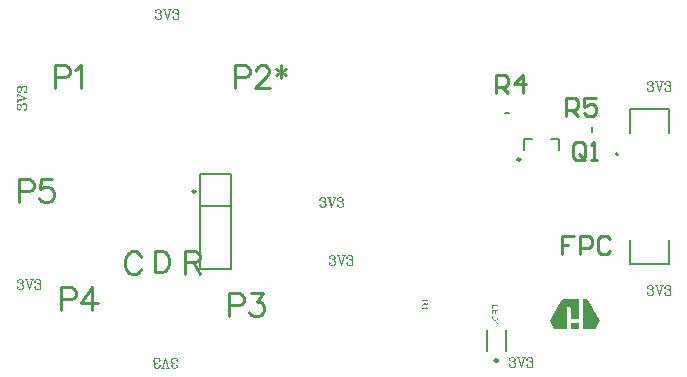
<source format=gto>
G04*
G04 #@! TF.GenerationSoftware,Altium Limited,Altium Designer,25.8.1 (18)*
G04*
G04 Layer_Color=65535*
%FSLAX44Y44*%
%MOMM*%
G71*
G04*
G04 #@! TF.SameCoordinates,BCE08161-644A-4D5C-BD65-52524292B4E2*
G04*
G04*
G04 #@! TF.FilePolarity,Positive*
G04*
G01*
G75*
%ADD10C,0.2000*%
%ADD11C,0.2500*%
%ADD12C,0.1500*%
%ADD13C,0.2540*%
%ADD14C,0.0762*%
G36*
X198873Y-93904D02*
Y-94056D01*
Y-94208D01*
Y-94361D01*
Y-94513D01*
Y-94666D01*
Y-94818D01*
Y-94970D01*
Y-95123D01*
Y-95275D01*
Y-95428D01*
Y-95580D01*
Y-95732D01*
Y-95885D01*
Y-96037D01*
Y-96190D01*
Y-96342D01*
Y-96494D01*
Y-96647D01*
Y-96799D01*
Y-96952D01*
Y-97104D01*
Y-97256D01*
Y-97409D01*
Y-97561D01*
Y-97714D01*
Y-97866D01*
Y-98018D01*
Y-98171D01*
Y-98323D01*
Y-98476D01*
Y-98628D01*
Y-98780D01*
Y-98933D01*
Y-99085D01*
Y-99238D01*
Y-99390D01*
Y-99542D01*
Y-99695D01*
Y-99847D01*
Y-100000D01*
Y-100152D01*
Y-100304D01*
Y-100457D01*
Y-100609D01*
Y-100762D01*
Y-100914D01*
Y-101066D01*
Y-101219D01*
Y-101371D01*
Y-101524D01*
Y-101676D01*
Y-101828D01*
Y-101981D01*
Y-102133D01*
Y-102286D01*
Y-102438D01*
Y-102590D01*
Y-102743D01*
Y-102895D01*
Y-103048D01*
Y-103200D01*
Y-103352D01*
Y-103505D01*
Y-103657D01*
Y-103810D01*
Y-103962D01*
Y-104114D01*
Y-104267D01*
Y-104419D01*
Y-104572D01*
Y-104724D01*
Y-104876D01*
Y-105029D01*
Y-105181D01*
Y-105334D01*
Y-105486D01*
Y-105638D01*
Y-105791D01*
Y-105943D01*
Y-106096D01*
Y-106248D01*
Y-106400D01*
Y-106553D01*
Y-106705D01*
Y-106858D01*
Y-107010D01*
Y-107162D01*
Y-107315D01*
Y-107467D01*
Y-107620D01*
Y-107772D01*
Y-107924D01*
Y-108077D01*
Y-108229D01*
Y-108382D01*
Y-108534D01*
Y-108686D01*
Y-108839D01*
Y-108991D01*
Y-109144D01*
Y-109296D01*
Y-109448D01*
Y-109601D01*
Y-109753D01*
Y-109906D01*
Y-110058D01*
Y-110210D01*
Y-110363D01*
X191863D01*
Y-110210D01*
X191710D01*
Y-110058D01*
Y-109906D01*
Y-109753D01*
Y-109601D01*
Y-109448D01*
Y-109296D01*
Y-109144D01*
Y-108991D01*
Y-108839D01*
Y-108686D01*
Y-108534D01*
Y-108382D01*
Y-108229D01*
Y-108077D01*
Y-107924D01*
Y-107772D01*
Y-107620D01*
Y-107467D01*
Y-107315D01*
Y-107162D01*
Y-107010D01*
Y-106858D01*
Y-106705D01*
Y-106553D01*
Y-106400D01*
Y-106248D01*
Y-106096D01*
Y-105943D01*
Y-105791D01*
Y-105638D01*
Y-105486D01*
Y-105334D01*
Y-105181D01*
Y-105029D01*
Y-104876D01*
Y-104724D01*
Y-104572D01*
Y-104419D01*
Y-104267D01*
Y-104114D01*
Y-103962D01*
Y-103810D01*
Y-103657D01*
Y-103505D01*
Y-103352D01*
Y-103200D01*
Y-103048D01*
Y-102895D01*
Y-102743D01*
Y-102590D01*
Y-102438D01*
Y-102286D01*
Y-102133D01*
Y-101981D01*
Y-101828D01*
Y-101676D01*
Y-101524D01*
X191558D01*
Y-101371D01*
Y-101219D01*
X191405D01*
Y-101066D01*
X191253D01*
Y-100914D01*
X191101D01*
Y-100762D01*
X190796D01*
Y-100609D01*
X190186D01*
Y-100457D01*
X190034D01*
Y-100609D01*
X189424D01*
Y-100762D01*
X189119D01*
Y-100914D01*
X188967D01*
Y-101066D01*
X188815D01*
Y-101219D01*
X188662D01*
Y-101371D01*
Y-101524D01*
X188510D01*
Y-101676D01*
Y-101828D01*
Y-101981D01*
Y-102133D01*
Y-102286D01*
Y-102438D01*
Y-102590D01*
Y-102743D01*
Y-102895D01*
Y-103048D01*
Y-103200D01*
Y-103352D01*
Y-103505D01*
Y-103657D01*
Y-103810D01*
Y-103962D01*
Y-104114D01*
Y-104267D01*
Y-104419D01*
Y-104572D01*
Y-104724D01*
Y-104876D01*
Y-105029D01*
Y-105181D01*
Y-105334D01*
X188357D01*
Y-105486D01*
Y-105638D01*
Y-105791D01*
Y-105943D01*
Y-106096D01*
Y-106248D01*
Y-106400D01*
Y-106553D01*
Y-106705D01*
Y-106858D01*
Y-107010D01*
Y-107162D01*
Y-107315D01*
Y-107467D01*
Y-107620D01*
Y-107772D01*
Y-107924D01*
Y-108077D01*
Y-108229D01*
Y-108382D01*
Y-108534D01*
Y-108686D01*
Y-108839D01*
Y-108991D01*
Y-109144D01*
Y-109296D01*
Y-109448D01*
Y-109601D01*
Y-109753D01*
Y-109906D01*
Y-110058D01*
Y-110210D01*
Y-110363D01*
Y-110515D01*
Y-110668D01*
Y-110820D01*
Y-110972D01*
Y-111125D01*
Y-111277D01*
Y-111430D01*
Y-111582D01*
Y-111734D01*
Y-111887D01*
Y-112039D01*
Y-112192D01*
Y-112344D01*
Y-112496D01*
Y-112649D01*
Y-112801D01*
Y-112954D01*
Y-113106D01*
Y-113258D01*
Y-113411D01*
Y-113563D01*
Y-113716D01*
Y-113868D01*
Y-114020D01*
Y-114173D01*
Y-114325D01*
Y-114478D01*
Y-114630D01*
Y-114782D01*
X188510D01*
Y-114935D01*
Y-115087D01*
Y-115240D01*
Y-115392D01*
Y-115544D01*
Y-115697D01*
Y-115849D01*
Y-116002D01*
Y-116154D01*
Y-116306D01*
Y-116459D01*
Y-116611D01*
Y-116764D01*
Y-116916D01*
Y-117068D01*
Y-117221D01*
Y-117373D01*
Y-117526D01*
Y-117678D01*
Y-117830D01*
Y-117983D01*
Y-118135D01*
Y-118288D01*
Y-118440D01*
Y-118592D01*
Y-118745D01*
Y-118897D01*
X177842D01*
Y-118745D01*
Y-118592D01*
X177689D01*
Y-118440D01*
Y-118288D01*
X177537D01*
Y-118135D01*
Y-117983D01*
X177384D01*
Y-117830D01*
X177232D01*
Y-117678D01*
Y-117526D01*
X177080D01*
Y-117373D01*
Y-117221D01*
X176927D01*
Y-117068D01*
X176775D01*
Y-116916D01*
Y-116764D01*
X176623D01*
Y-116611D01*
Y-116459D01*
X176470D01*
Y-116306D01*
Y-116154D01*
X176318D01*
Y-116002D01*
X176165D01*
Y-115849D01*
Y-115697D01*
X176013D01*
Y-115544D01*
Y-115392D01*
X175861D01*
Y-115240D01*
Y-115087D01*
X175708D01*
Y-114935D01*
X175556D01*
Y-114782D01*
Y-114630D01*
X175403D01*
Y-114478D01*
Y-114325D01*
X175251D01*
Y-114173D01*
Y-114020D01*
X175098D01*
Y-113868D01*
X174946D01*
Y-113716D01*
Y-113563D01*
X174794D01*
Y-113411D01*
Y-113258D01*
X174641D01*
Y-113106D01*
Y-112954D01*
X174489D01*
Y-112801D01*
Y-112649D01*
Y-112496D01*
Y-112344D01*
Y-112192D01*
Y-112039D01*
Y-111887D01*
Y-111734D01*
Y-111582D01*
Y-111430D01*
X174641D01*
Y-111277D01*
Y-111125D01*
Y-110972D01*
X174794D01*
Y-110820D01*
Y-110668D01*
X174946D01*
Y-110515D01*
X175098D01*
Y-110363D01*
Y-110210D01*
X175251D01*
Y-110058D01*
Y-109906D01*
X175403D01*
Y-109753D01*
Y-109601D01*
X175556D01*
Y-109448D01*
X175708D01*
Y-109296D01*
Y-109144D01*
X175861D01*
Y-108991D01*
Y-108839D01*
X176013D01*
Y-108686D01*
X176165D01*
Y-108534D01*
Y-108382D01*
X176318D01*
Y-108229D01*
Y-108077D01*
X176470D01*
Y-107924D01*
Y-107772D01*
X176623D01*
Y-107620D01*
X176775D01*
Y-107467D01*
Y-107315D01*
X176927D01*
Y-107162D01*
Y-107010D01*
X177080D01*
Y-106858D01*
Y-106705D01*
X177232D01*
Y-106553D01*
X177384D01*
Y-106400D01*
Y-106248D01*
X177537D01*
Y-106096D01*
X177689D01*
Y-105943D01*
Y-105791D01*
X177842D01*
Y-105638D01*
Y-105486D01*
X177994D01*
Y-105334D01*
Y-105181D01*
X178146D01*
Y-105029D01*
X178299D01*
Y-104876D01*
Y-104724D01*
X178451D01*
Y-104572D01*
Y-104419D01*
X178604D01*
Y-104267D01*
Y-104114D01*
X178756D01*
Y-103962D01*
X178909D01*
Y-103810D01*
Y-103657D01*
X179061D01*
Y-103505D01*
Y-103352D01*
X179213D01*
Y-103200D01*
Y-103048D01*
X179366D01*
Y-102895D01*
X179518D01*
Y-102743D01*
Y-102590D01*
X179671D01*
Y-102438D01*
Y-102286D01*
X179823D01*
Y-102133D01*
X179975D01*
Y-101981D01*
Y-101828D01*
X180128D01*
Y-101676D01*
Y-101524D01*
X180280D01*
Y-101371D01*
Y-101219D01*
X180432D01*
Y-101066D01*
X180585D01*
Y-100914D01*
Y-100762D01*
X180737D01*
Y-100609D01*
Y-100457D01*
X180890D01*
Y-100304D01*
Y-100152D01*
X181042D01*
Y-100000D01*
X181194D01*
Y-99847D01*
Y-99695D01*
X181347D01*
Y-99542D01*
Y-99390D01*
X181499D01*
Y-99238D01*
Y-99085D01*
X181652D01*
Y-98933D01*
X181804D01*
Y-98780D01*
Y-98628D01*
X181957D01*
Y-98476D01*
Y-98323D01*
X182109D01*
Y-98171D01*
X182261D01*
Y-98018D01*
Y-97866D01*
X182414D01*
Y-97714D01*
Y-97561D01*
X182566D01*
Y-97409D01*
Y-97256D01*
X182719D01*
Y-97104D01*
X182871D01*
Y-96952D01*
Y-96799D01*
X183023D01*
Y-96647D01*
Y-96494D01*
X183176D01*
Y-96342D01*
Y-96190D01*
X183328D01*
Y-96037D01*
X183480D01*
Y-95885D01*
Y-95732D01*
X183633D01*
Y-95580D01*
Y-95428D01*
X183785D01*
Y-95275D01*
Y-95123D01*
X183938D01*
Y-94970D01*
X184090D01*
Y-94818D01*
Y-94666D01*
X184242D01*
Y-94513D01*
X184395D01*
Y-94361D01*
X184547D01*
Y-94208D01*
X184852D01*
Y-94056D01*
X185157D01*
Y-93904D01*
X185462D01*
Y-93751D01*
X198873D01*
Y-93904D01*
D02*
G37*
G36*
X205121D02*
X205578D01*
Y-94056D01*
X205883D01*
Y-94208D01*
X206036D01*
Y-94361D01*
X206188D01*
Y-94513D01*
X206341D01*
Y-94666D01*
X206493D01*
Y-94818D01*
X206645D01*
Y-94970D01*
X206798D01*
Y-95123D01*
Y-95275D01*
X206950D01*
Y-95428D01*
Y-95580D01*
X207103D01*
Y-95732D01*
Y-95885D01*
X207255D01*
Y-96037D01*
X207407D01*
Y-96190D01*
Y-96342D01*
X207560D01*
Y-96494D01*
Y-96647D01*
X207712D01*
Y-96799D01*
X207864D01*
Y-96952D01*
Y-97104D01*
X208017D01*
Y-97256D01*
Y-97409D01*
X208169D01*
Y-97561D01*
Y-97714D01*
X208322D01*
Y-97866D01*
X208474D01*
Y-98018D01*
Y-98171D01*
X208626D01*
Y-98323D01*
Y-98476D01*
X208779D01*
Y-98628D01*
Y-98780D01*
X208931D01*
Y-98933D01*
X209084D01*
Y-99085D01*
Y-99238D01*
X209236D01*
Y-99390D01*
Y-99542D01*
X209389D01*
Y-99695D01*
Y-99847D01*
X209541D01*
Y-100000D01*
X209693D01*
Y-100152D01*
Y-100304D01*
X209846D01*
Y-100457D01*
Y-100609D01*
X209998D01*
Y-100762D01*
X210151D01*
Y-100914D01*
Y-101066D01*
X210303D01*
Y-101219D01*
Y-101371D01*
X210455D01*
Y-101524D01*
Y-101676D01*
X210608D01*
Y-101828D01*
X210760D01*
Y-101981D01*
Y-102133D01*
X210912D01*
Y-102286D01*
Y-102438D01*
X211065D01*
Y-102590D01*
Y-102743D01*
X211217D01*
Y-102895D01*
X211370D01*
Y-103048D01*
Y-103200D01*
X211522D01*
Y-103352D01*
Y-103505D01*
X211674D01*
Y-103657D01*
Y-103810D01*
X211827D01*
Y-103962D01*
X211979D01*
Y-104114D01*
Y-104267D01*
X212132D01*
Y-104419D01*
Y-104572D01*
X212284D01*
Y-104724D01*
X212437D01*
Y-104876D01*
Y-105029D01*
X212589D01*
Y-105181D01*
Y-105334D01*
X212741D01*
Y-105486D01*
Y-105638D01*
X212894D01*
Y-105791D01*
X213046D01*
Y-105943D01*
Y-106096D01*
X213199D01*
Y-106248D01*
Y-106400D01*
X213351D01*
Y-106553D01*
Y-106705D01*
X213503D01*
Y-106858D01*
X213656D01*
Y-107010D01*
Y-107162D01*
X213808D01*
Y-107315D01*
Y-107467D01*
X213960D01*
Y-107620D01*
Y-107772D01*
X214113D01*
Y-107924D01*
X214265D01*
Y-108077D01*
Y-108229D01*
X214418D01*
Y-108382D01*
Y-108534D01*
X214570D01*
Y-108686D01*
X214722D01*
Y-108839D01*
Y-108991D01*
X214875D01*
Y-109144D01*
Y-109296D01*
X215027D01*
Y-109448D01*
Y-109601D01*
X215180D01*
Y-109753D01*
X215332D01*
Y-109906D01*
Y-110058D01*
X215485D01*
Y-110210D01*
Y-110363D01*
X215637D01*
Y-110515D01*
Y-110668D01*
X215789D01*
Y-110820D01*
X215942D01*
Y-110972D01*
Y-111125D01*
X216094D01*
Y-111277D01*
Y-111430D01*
Y-111582D01*
Y-111734D01*
X216246D01*
Y-111887D01*
Y-112039D01*
Y-112192D01*
Y-112344D01*
Y-112496D01*
X216094D01*
Y-112649D01*
Y-112801D01*
Y-112954D01*
Y-113106D01*
X215942D01*
Y-113258D01*
Y-113411D01*
X215789D01*
Y-113563D01*
Y-113716D01*
X215637D01*
Y-113868D01*
Y-114020D01*
X215485D01*
Y-114173D01*
X215332D01*
Y-114325D01*
Y-114478D01*
X215180D01*
Y-114630D01*
Y-114782D01*
X215027D01*
Y-114935D01*
X214875D01*
Y-115087D01*
Y-115240D01*
X214722D01*
Y-115392D01*
Y-115544D01*
X214570D01*
Y-115697D01*
Y-115849D01*
X214418D01*
Y-116002D01*
X214265D01*
Y-116154D01*
Y-116306D01*
X214113D01*
Y-116459D01*
Y-116611D01*
X213960D01*
Y-116764D01*
Y-116916D01*
X213808D01*
Y-117068D01*
X213656D01*
Y-117221D01*
Y-117373D01*
X213503D01*
Y-117526D01*
Y-117678D01*
X213351D01*
Y-117830D01*
X213199D01*
Y-117983D01*
Y-118135D01*
X213046D01*
Y-118288D01*
Y-118440D01*
X212894D01*
Y-118592D01*
Y-118745D01*
X212741D01*
Y-118897D01*
X202226D01*
Y-118745D01*
Y-118592D01*
Y-118440D01*
Y-118288D01*
Y-118135D01*
Y-117983D01*
Y-117830D01*
Y-117678D01*
Y-117526D01*
Y-117373D01*
Y-117221D01*
Y-117068D01*
Y-116916D01*
Y-116764D01*
Y-116611D01*
Y-116459D01*
Y-116306D01*
Y-116154D01*
Y-116002D01*
Y-115849D01*
Y-115697D01*
Y-115544D01*
Y-115392D01*
Y-115240D01*
Y-115087D01*
Y-114935D01*
Y-114782D01*
Y-114630D01*
Y-114478D01*
Y-114325D01*
Y-114173D01*
Y-114020D01*
Y-113868D01*
Y-113716D01*
Y-113563D01*
Y-113411D01*
Y-113258D01*
Y-113106D01*
Y-112954D01*
Y-112801D01*
Y-112649D01*
Y-112496D01*
Y-112344D01*
Y-112192D01*
Y-112039D01*
Y-111887D01*
Y-111734D01*
Y-111582D01*
Y-111430D01*
Y-111277D01*
Y-111125D01*
Y-110972D01*
Y-110820D01*
Y-110668D01*
Y-110515D01*
Y-110363D01*
Y-110210D01*
Y-110058D01*
Y-109906D01*
Y-109753D01*
Y-109601D01*
Y-109448D01*
Y-109296D01*
Y-109144D01*
Y-108991D01*
Y-108839D01*
Y-108686D01*
Y-108534D01*
Y-108382D01*
Y-108229D01*
Y-108077D01*
Y-107924D01*
Y-107772D01*
Y-107620D01*
Y-107467D01*
Y-107315D01*
Y-107162D01*
Y-107010D01*
Y-106858D01*
Y-106705D01*
Y-106553D01*
Y-106400D01*
Y-106248D01*
Y-106096D01*
Y-105943D01*
Y-105791D01*
Y-105638D01*
Y-105486D01*
Y-105334D01*
Y-105181D01*
Y-105029D01*
Y-104876D01*
Y-104724D01*
Y-104572D01*
Y-104419D01*
Y-104267D01*
Y-104114D01*
Y-103962D01*
Y-103810D01*
Y-103657D01*
Y-103505D01*
Y-103352D01*
Y-103200D01*
Y-103048D01*
Y-102895D01*
Y-102743D01*
Y-102590D01*
Y-102438D01*
Y-102286D01*
Y-102133D01*
Y-101981D01*
Y-101828D01*
Y-101676D01*
Y-101524D01*
Y-101371D01*
Y-101219D01*
Y-101066D01*
Y-100914D01*
Y-100762D01*
Y-100609D01*
Y-100457D01*
Y-100304D01*
Y-100152D01*
Y-100000D01*
Y-99847D01*
Y-99695D01*
Y-99542D01*
Y-99390D01*
Y-99238D01*
Y-99085D01*
Y-98933D01*
Y-98780D01*
Y-98628D01*
Y-98476D01*
Y-98323D01*
Y-98171D01*
Y-98018D01*
Y-97866D01*
Y-97714D01*
Y-97561D01*
Y-97409D01*
Y-97256D01*
Y-97104D01*
Y-96952D01*
Y-96799D01*
Y-96647D01*
Y-96494D01*
Y-96342D01*
Y-96190D01*
Y-96037D01*
Y-95885D01*
Y-95732D01*
Y-95580D01*
Y-95428D01*
Y-95275D01*
Y-95123D01*
Y-94970D01*
Y-94818D01*
Y-94666D01*
Y-94513D01*
Y-94361D01*
Y-94208D01*
Y-94056D01*
Y-93904D01*
Y-93751D01*
X205121D01*
Y-93904D01*
D02*
G37*
G36*
X198873Y-114020D02*
Y-114173D01*
Y-114325D01*
Y-114478D01*
Y-114630D01*
Y-114782D01*
Y-114935D01*
Y-115087D01*
Y-115240D01*
Y-115392D01*
Y-115544D01*
Y-115697D01*
Y-115849D01*
Y-116002D01*
Y-116154D01*
Y-116306D01*
Y-116459D01*
Y-116611D01*
Y-116764D01*
Y-116916D01*
Y-117068D01*
Y-117221D01*
Y-117373D01*
Y-117526D01*
Y-117678D01*
Y-117830D01*
Y-117983D01*
Y-118135D01*
Y-118288D01*
Y-118440D01*
Y-118592D01*
Y-118745D01*
Y-118897D01*
X191710D01*
Y-118745D01*
Y-118592D01*
Y-118440D01*
Y-118288D01*
Y-118135D01*
Y-117983D01*
Y-117830D01*
Y-117678D01*
Y-117526D01*
Y-117373D01*
Y-117221D01*
Y-117068D01*
Y-116916D01*
Y-116764D01*
Y-116611D01*
Y-116459D01*
Y-116306D01*
Y-116154D01*
Y-116002D01*
Y-115849D01*
Y-115697D01*
Y-115544D01*
Y-115392D01*
Y-115240D01*
Y-115087D01*
Y-114935D01*
Y-114782D01*
Y-114630D01*
Y-114478D01*
Y-114325D01*
Y-114173D01*
Y-114020D01*
X191863D01*
Y-113868D01*
X198873D01*
Y-114020D01*
D02*
G37*
G36*
X71178Y-97128D02*
X71171Y-97188D01*
Y-97256D01*
X71163Y-97414D01*
X71140Y-97579D01*
X71118Y-97760D01*
X71080Y-97925D01*
X71058Y-98008D01*
X71035Y-98075D01*
Y-98083D01*
X71028Y-98090D01*
X71005Y-98135D01*
X70975Y-98203D01*
X70922Y-98286D01*
X70855Y-98376D01*
X70765Y-98474D01*
X70659Y-98564D01*
X70539Y-98654D01*
X70532D01*
X70524Y-98662D01*
X70479Y-98692D01*
X70404Y-98722D01*
X70306Y-98767D01*
X70193Y-98805D01*
X70058Y-98842D01*
X69915Y-98865D01*
X69757Y-98872D01*
X69750D01*
X69735D01*
X69704D01*
X69667Y-98865D01*
X69614D01*
X69562Y-98857D01*
X69434Y-98827D01*
X69283Y-98782D01*
X69125Y-98722D01*
X68968Y-98632D01*
X68892Y-98572D01*
X68817Y-98511D01*
X68810Y-98504D01*
X68802Y-98496D01*
X68780Y-98474D01*
X68757Y-98444D01*
X68727Y-98406D01*
X68697Y-98361D01*
X68659Y-98301D01*
X68614Y-98241D01*
X68577Y-98166D01*
X68539Y-98083D01*
X68494Y-97993D01*
X68456Y-97895D01*
X68426Y-97782D01*
X68389Y-97669D01*
X68366Y-97542D01*
X68344Y-97406D01*
X68336Y-97421D01*
X68321Y-97451D01*
X68291Y-97496D01*
X68261Y-97556D01*
X68178Y-97692D01*
X68126Y-97760D01*
X68081Y-97820D01*
X68065Y-97835D01*
X68028Y-97872D01*
X67968Y-97932D01*
X67892Y-98008D01*
X67787Y-98090D01*
X67674Y-98188D01*
X67539Y-98286D01*
X67389Y-98391D01*
X65975Y-99286D01*
Y-98429D01*
X67058Y-97745D01*
X67066D01*
X67080Y-97729D01*
X67103Y-97714D01*
X67133Y-97692D01*
X67216Y-97639D01*
X67321Y-97572D01*
X67434Y-97489D01*
X67554Y-97406D01*
X67667Y-97324D01*
X67772Y-97248D01*
X67780Y-97241D01*
X67810Y-97218D01*
X67855Y-97181D01*
X67908Y-97128D01*
X68020Y-97015D01*
X68073Y-96955D01*
X68118Y-96895D01*
X68126Y-96887D01*
X68133Y-96872D01*
X68148Y-96842D01*
X68171Y-96797D01*
X68193Y-96752D01*
X68216Y-96699D01*
X68253Y-96579D01*
Y-96572D01*
X68261Y-96557D01*
Y-96526D01*
X68268Y-96489D01*
X68276Y-96436D01*
Y-96376D01*
X68284Y-96293D01*
Y-95406D01*
X65975D01*
Y-94715D01*
X71178D01*
Y-97128D01*
D02*
G37*
G36*
X69892Y-100188D02*
X69907Y-100203D01*
X69915Y-100233D01*
X69938Y-100271D01*
X69960Y-100316D01*
X69990Y-100368D01*
X70065Y-100496D01*
X70148Y-100647D01*
X70253Y-100797D01*
X70374Y-100955D01*
X70501Y-101113D01*
X70509Y-101120D01*
X70516Y-101128D01*
X70539Y-101150D01*
X70562Y-101180D01*
X70637Y-101248D01*
X70727Y-101338D01*
X70832Y-101428D01*
X70953Y-101526D01*
X71073Y-101609D01*
X71201Y-101684D01*
Y-102098D01*
X65975D01*
Y-101459D01*
X70043D01*
X70035Y-101451D01*
X70005Y-101413D01*
X69960Y-101368D01*
X69907Y-101293D01*
X69840Y-101210D01*
X69765Y-101105D01*
X69682Y-100985D01*
X69599Y-100850D01*
Y-100842D01*
X69592Y-100835D01*
X69562Y-100789D01*
X69524Y-100714D01*
X69479Y-100624D01*
X69426Y-100519D01*
X69374Y-100406D01*
X69321Y-100293D01*
X69276Y-100180D01*
X69892D01*
Y-100188D01*
D02*
G37*
G36*
X130515Y-99357D02*
X125929D01*
Y-101920D01*
X125313D01*
Y-98665D01*
X130515D01*
Y-99357D01*
D02*
G37*
G36*
Y-106514D02*
X129899D01*
Y-103439D01*
X128313D01*
Y-106319D01*
X127696D01*
Y-103439D01*
X125929D01*
Y-106634D01*
X125313D01*
Y-102747D01*
X130515D01*
Y-106514D01*
D02*
G37*
G36*
Y-109589D02*
X130508Y-109725D01*
X130500Y-109875D01*
X130485Y-110025D01*
X130463Y-110176D01*
X130440Y-110303D01*
Y-110311D01*
X130433Y-110326D01*
Y-110349D01*
X130418Y-110379D01*
X130395Y-110461D01*
X130358Y-110567D01*
X130305Y-110687D01*
X130237Y-110815D01*
X130162Y-110942D01*
X130064Y-111063D01*
X130057Y-111070D01*
X130049Y-111078D01*
X130027Y-111100D01*
X130004Y-111130D01*
X129929Y-111206D01*
X129824Y-111296D01*
X129696Y-111394D01*
X129546Y-111499D01*
X129373Y-111597D01*
X129177Y-111679D01*
X129170D01*
X129155Y-111687D01*
X129125Y-111702D01*
X129080Y-111709D01*
X129027Y-111732D01*
X128967Y-111747D01*
X128899Y-111762D01*
X128816Y-111784D01*
X128734Y-111807D01*
X128636Y-111822D01*
X128425Y-111860D01*
X128192Y-111882D01*
X127937Y-111890D01*
X127929D01*
X127914D01*
X127877D01*
X127839D01*
X127786Y-111882D01*
X127726D01*
X127583Y-111875D01*
X127418Y-111852D01*
X127245Y-111830D01*
X127065Y-111792D01*
X126884Y-111747D01*
X126877D01*
X126861Y-111739D01*
X126839Y-111732D01*
X126809Y-111724D01*
X126726Y-111694D01*
X126621Y-111649D01*
X126501Y-111604D01*
X126380Y-111544D01*
X126253Y-111469D01*
X126132Y-111394D01*
X126117Y-111386D01*
X126080Y-111356D01*
X126027Y-111311D01*
X125959Y-111251D01*
X125884Y-111183D01*
X125809Y-111100D01*
X125726Y-111018D01*
X125659Y-110920D01*
X125651Y-110905D01*
X125628Y-110875D01*
X125598Y-110822D01*
X125561Y-110747D01*
X125516Y-110657D01*
X125478Y-110552D01*
X125433Y-110431D01*
X125395Y-110296D01*
Y-110281D01*
X125388Y-110258D01*
X125380Y-110236D01*
X125373Y-110161D01*
X125358Y-110055D01*
X125343Y-109935D01*
X125328Y-109792D01*
X125320Y-109634D01*
X125313Y-109461D01*
Y-107589D01*
X130515D01*
Y-109589D01*
D02*
G37*
G36*
X129230Y-113070D02*
X129245Y-113085D01*
X129252Y-113115D01*
X129275Y-113153D01*
X129298Y-113198D01*
X129328Y-113251D01*
X129403Y-113378D01*
X129486Y-113529D01*
X129591Y-113679D01*
X129711Y-113837D01*
X129839Y-113995D01*
X129846Y-114003D01*
X129854Y-114010D01*
X129876Y-114032D01*
X129899Y-114063D01*
X129974Y-114130D01*
X130064Y-114221D01*
X130170Y-114311D01*
X130290Y-114409D01*
X130410Y-114491D01*
X130538Y-114566D01*
Y-114980D01*
X125313D01*
Y-114341D01*
X129380D01*
X129373Y-114333D01*
X129343Y-114296D01*
X129298Y-114251D01*
X129245Y-114175D01*
X129177Y-114093D01*
X129102Y-113987D01*
X129019Y-113867D01*
X128937Y-113732D01*
Y-113724D01*
X128929Y-113717D01*
X128899Y-113672D01*
X128861Y-113596D01*
X128816Y-113506D01*
X128764Y-113401D01*
X128711Y-113288D01*
X128658Y-113175D01*
X128613Y-113063D01*
X129230D01*
Y-113070D01*
D02*
G37*
%LPC*%
G36*
X70599Y-95406D02*
X68877D01*
Y-96955D01*
X68885Y-97045D01*
X68892Y-97150D01*
X68900Y-97271D01*
X68915Y-97391D01*
X68938Y-97511D01*
X68968Y-97617D01*
X68975Y-97632D01*
X68990Y-97662D01*
X69013Y-97707D01*
X69043Y-97767D01*
X69088Y-97835D01*
X69141Y-97902D01*
X69208Y-97970D01*
X69283Y-98023D01*
X69291Y-98030D01*
X69321Y-98045D01*
X69366Y-98068D01*
X69426Y-98098D01*
X69494Y-98120D01*
X69569Y-98143D01*
X69659Y-98158D01*
X69750Y-98166D01*
X69757D01*
X69765D01*
X69810Y-98158D01*
X69877Y-98151D01*
X69968Y-98135D01*
X70058Y-98098D01*
X70163Y-98053D01*
X70261Y-97985D01*
X70359Y-97895D01*
X70366Y-97880D01*
X70396Y-97842D01*
X70434Y-97782D01*
X70479Y-97684D01*
X70524Y-97572D01*
X70562Y-97421D01*
X70592Y-97248D01*
X70599Y-97045D01*
Y-95406D01*
D02*
G37*
G36*
X129899Y-108281D02*
X125929D01*
Y-109514D01*
X125937Y-109567D01*
X125944Y-109679D01*
X125952Y-109807D01*
X125967Y-109943D01*
X125989Y-110078D01*
X126019Y-110191D01*
X126027Y-110206D01*
X126034Y-110243D01*
X126057Y-110296D01*
X126087Y-110364D01*
X126132Y-110439D01*
X126177Y-110514D01*
X126230Y-110589D01*
X126290Y-110664D01*
X126305Y-110672D01*
X126335Y-110702D01*
X126388Y-110747D01*
X126463Y-110800D01*
X126561Y-110860D01*
X126674Y-110927D01*
X126801Y-110988D01*
X126944Y-111040D01*
X126952D01*
X126967Y-111048D01*
X126989Y-111055D01*
X127019Y-111063D01*
X127057Y-111070D01*
X127110Y-111085D01*
X127162Y-111100D01*
X127222Y-111115D01*
X127373Y-111138D01*
X127546Y-111160D01*
X127741Y-111175D01*
X127952Y-111183D01*
X127959D01*
X127989D01*
X128027D01*
X128087Y-111175D01*
X128155D01*
X128230Y-111168D01*
X128320Y-111160D01*
X128410Y-111153D01*
X128613Y-111115D01*
X128824Y-111070D01*
X129019Y-111003D01*
X129117Y-110957D01*
X129200Y-110912D01*
X129207D01*
X129222Y-110897D01*
X129245Y-110882D01*
X129275Y-110867D01*
X129350Y-110807D01*
X129440Y-110732D01*
X129538Y-110634D01*
X129636Y-110521D01*
X129719Y-110394D01*
X129786Y-110258D01*
X129794Y-110243D01*
X129801Y-110206D01*
X129824Y-110138D01*
X129846Y-110040D01*
X129861Y-109920D01*
X129884Y-109770D01*
X129892Y-109679D01*
Y-109582D01*
X129899Y-109484D01*
Y-108281D01*
D02*
G37*
%LPD*%
D10*
X231944Y29004D02*
G03*
X231944Y29004I-1000J0D01*
G01*
X241944Y-63996D02*
Y-43996D01*
Y-63996D02*
X274944D01*
Y-43996D01*
X241944Y47004D02*
Y67004D01*
X274944D01*
Y47004D02*
Y67004D01*
X174954Y41599D02*
X181954D01*
Y32599D02*
Y41599D01*
X151954D02*
X158954D01*
X151954Y32599D02*
Y41599D01*
X120906Y-137436D02*
Y-119436D01*
X136906Y-137436D02*
Y-119436D01*
X-122188Y-15217D02*
X-95487D01*
X-122188Y12083D02*
X-95487D01*
X-122188Y-67917D02*
Y12083D01*
Y-67917D02*
X-95487D01*
Y12083D01*
D11*
X149204Y24499D02*
G03*
X149204Y24499I-1250J0D01*
G01*
X130156Y-145686D02*
G03*
X130156Y-145686I-1250J0D01*
G01*
X-125837Y-2517D02*
G03*
X-125837Y-2517I-1250J0D01*
G01*
D12*
X135913Y63738D02*
X139914D01*
X209492Y48162D02*
Y52162D01*
D13*
X-134620Y-53340D02*
Y-72640D01*
Y-53340D02*
X-126349D01*
X-123591Y-54259D01*
X-122673Y-55178D01*
X-121753Y-57016D01*
Y-58854D01*
X-122673Y-60692D01*
X-123591Y-61611D01*
X-126349Y-62530D01*
X-134620D01*
X-128187D02*
X-121753Y-72640D01*
X-160020Y-53340D02*
Y-71116D01*
Y-53340D02*
X-154095D01*
X-151555Y-54187D01*
X-149862Y-55880D01*
X-149016Y-57572D01*
X-148169Y-60112D01*
Y-64344D01*
X-149016Y-66884D01*
X-149862Y-68577D01*
X-151555Y-70270D01*
X-154095Y-71116D01*
X-160020D01*
X-171634Y-57935D02*
X-172553Y-56097D01*
X-174391Y-54259D01*
X-176230Y-53340D01*
X-179906D01*
X-181744Y-54259D01*
X-183582Y-56097D01*
X-184501Y-57935D01*
X-185420Y-60692D01*
Y-65287D01*
X-184501Y-68045D01*
X-183582Y-69883D01*
X-181744Y-71721D01*
X-179906Y-72640D01*
X-176230D01*
X-174391Y-71721D01*
X-172553Y-69883D01*
X-171634Y-68045D01*
X-275336Y-2490D02*
X-267065D01*
X-264307Y-1570D01*
X-263389Y-651D01*
X-262469Y1187D01*
Y3944D01*
X-263389Y5782D01*
X-264307Y6701D01*
X-267065Y7620D01*
X-275336D01*
Y-11680D01*
X-247121Y7620D02*
X-256312D01*
X-257231Y-651D01*
X-256312Y268D01*
X-253555Y1187D01*
X-250798D01*
X-248041Y268D01*
X-246202Y-1570D01*
X-245283Y-4327D01*
Y-6166D01*
X-246202Y-8923D01*
X-248041Y-10761D01*
X-250798Y-11680D01*
X-253555D01*
X-256312Y-10761D01*
X-257231Y-9842D01*
X-258150Y-8004D01*
X-92456Y94031D02*
X-84185D01*
X-81427Y94950D01*
X-80508Y95869D01*
X-79589Y97707D01*
Y100464D01*
X-80508Y102302D01*
X-81427Y103221D01*
X-84185Y104140D01*
X-92456D01*
Y84840D01*
X-74351Y99545D02*
Y100464D01*
X-73432Y102302D01*
X-72513Y103221D01*
X-70675Y104140D01*
X-66999D01*
X-65160Y103221D01*
X-64241Y102302D01*
X-63322Y100464D01*
Y98626D01*
X-64241Y96788D01*
X-66080Y94031D01*
X-75270Y84840D01*
X-62403D01*
X-53489Y104140D02*
Y93111D01*
X-58084Y101383D02*
X-48893Y95869D01*
Y101383D02*
X-58084Y95869D01*
X-97536Y-99010D02*
X-89265D01*
X-86508Y-98090D01*
X-85589Y-97171D01*
X-84669Y-95333D01*
Y-92576D01*
X-85589Y-90738D01*
X-86508Y-89819D01*
X-89265Y-88900D01*
X-97536D01*
Y-108200D01*
X-78512Y-88900D02*
X-68402D01*
X-73917Y-96252D01*
X-71160D01*
X-69321Y-97171D01*
X-68402Y-98090D01*
X-67483Y-100848D01*
Y-102686D01*
X-68402Y-105443D01*
X-70241Y-107281D01*
X-72998Y-108200D01*
X-75755D01*
X-78512Y-107281D01*
X-79431Y-106362D01*
X-80350Y-104524D01*
X-239776Y-93930D02*
X-231505D01*
X-228748Y-93010D01*
X-227829Y-92091D01*
X-226909Y-90253D01*
Y-87496D01*
X-227829Y-85658D01*
X-228748Y-84739D01*
X-231505Y-83820D01*
X-239776D01*
Y-103120D01*
X-213400Y-83820D02*
X-222590Y-96687D01*
X-208804D01*
X-213400Y-83820D02*
Y-103120D01*
X-244856Y94031D02*
X-236585D01*
X-233827Y94950D01*
X-232908Y95869D01*
X-231989Y97707D01*
Y100464D01*
X-232908Y102302D01*
X-233827Y103221D01*
X-236585Y104140D01*
X-244856D01*
Y84840D01*
X-227670Y100464D02*
X-225832Y101383D01*
X-223075Y104140D01*
Y84840D01*
X194711Y-39881D02*
X184554D01*
Y-47499D01*
X189632D01*
X184554D01*
Y-55117D01*
X199789D02*
Y-39881D01*
X207407D01*
X209946Y-42421D01*
Y-47499D01*
X207407Y-50038D01*
X199789D01*
X225181Y-42421D02*
X222642Y-39881D01*
X217563D01*
X215024Y-42421D01*
Y-52577D01*
X217563Y-55117D01*
X222642D01*
X225181Y-52577D01*
X187951Y60944D02*
Y76179D01*
X195569D01*
X198108Y73640D01*
Y68561D01*
X195569Y66022D01*
X187951D01*
X193030D02*
X198108Y60944D01*
X213343Y76179D02*
X203186D01*
Y68561D01*
X208265Y71101D01*
X210804D01*
X213343Y68561D01*
Y63483D01*
X210804Y60944D01*
X205725D01*
X203186Y63483D01*
X128413Y80420D02*
Y95655D01*
X136031D01*
X138570Y93116D01*
Y88038D01*
X136031Y85499D01*
X128413D01*
X133492D02*
X138570Y80420D01*
X151266D02*
Y95655D01*
X143648Y88038D01*
X153805D01*
X203548Y26818D02*
Y36975D01*
X201009Y39514D01*
X195931D01*
X193391Y36975D01*
Y26818D01*
X195931Y24279D01*
X201009D01*
X198470Y29357D02*
X203548Y24279D01*
X201009D02*
X203548Y26818D01*
X208626Y24279D02*
X213705D01*
X211166D01*
Y39514D01*
X208626Y36975D01*
D14*
X-20496Y-8996D02*
X-20109Y-9383D01*
X-20496Y-9770D01*
X-20883Y-9383D01*
Y-8996D01*
X-20496Y-8222D01*
X-20109Y-7835D01*
X-18948Y-7448D01*
X-17400D01*
X-16239Y-7835D01*
X-15852Y-8609D01*
Y-9770D01*
X-16239Y-10544D01*
X-17400Y-10931D01*
X-18561D01*
X-17400Y-7448D02*
X-16626Y-7835D01*
X-16239Y-8609D01*
Y-9770D01*
X-16626Y-10544D01*
X-17400Y-10931D01*
X-16626Y-11318D01*
X-15852Y-12092D01*
X-15466Y-12866D01*
Y-14026D01*
X-15852Y-14800D01*
X-16239Y-15187D01*
X-17400Y-15574D01*
X-18948D01*
X-20109Y-15187D01*
X-20496Y-14800D01*
X-20883Y-14026D01*
Y-13640D01*
X-20496Y-13253D01*
X-20109Y-13640D01*
X-20496Y-14026D01*
X-16239Y-11705D02*
X-15852Y-12866D01*
Y-14026D01*
X-16239Y-14800D01*
X-16626Y-15187D01*
X-17400Y-15574D01*
X-13492Y-7448D02*
X-10783Y-15574D01*
X-13105Y-7448D02*
X-10783Y-14413D01*
X-8074Y-7448D02*
X-10783Y-15574D01*
X-14266Y-7448D02*
X-11944D01*
X-9622D02*
X-7301D01*
X-5869Y-8996D02*
X-5482Y-9383D01*
X-5869Y-9770D01*
X-6256Y-9383D01*
Y-8996D01*
X-5869Y-8222D01*
X-5482Y-7835D01*
X-4321Y-7448D01*
X-2773D01*
X-1612Y-7835D01*
X-1225Y-8609D01*
Y-9770D01*
X-1612Y-10544D01*
X-2773Y-10931D01*
X-3934D01*
X-2773Y-7448D02*
X-1999Y-7835D01*
X-1612Y-8609D01*
Y-9770D01*
X-1999Y-10544D01*
X-2773Y-10931D01*
X-1999Y-11318D01*
X-1225Y-12092D01*
X-838Y-12866D01*
Y-14026D01*
X-1225Y-14800D01*
X-1612Y-15187D01*
X-2773Y-15574D01*
X-4321D01*
X-5482Y-15187D01*
X-5869Y-14800D01*
X-6256Y-14026D01*
Y-13640D01*
X-5869Y-13253D01*
X-5482Y-13640D01*
X-5869Y-14026D01*
X-1612Y-11705D02*
X-1225Y-12866D01*
Y-14026D01*
X-1612Y-14800D01*
X-1999Y-15187D01*
X-2773Y-15574D01*
X256673Y-83590D02*
X257060Y-83977D01*
X256673Y-84364D01*
X256286Y-83977D01*
Y-83590D01*
X256673Y-82816D01*
X257060Y-82429D01*
X258221Y-82042D01*
X259769D01*
X260930Y-82429D01*
X261317Y-83203D01*
Y-84364D01*
X260930Y-85138D01*
X259769Y-85525D01*
X258608D01*
X259769Y-82042D02*
X260543Y-82429D01*
X260930Y-83203D01*
Y-84364D01*
X260543Y-85138D01*
X259769Y-85525D01*
X260543Y-85912D01*
X261317Y-86686D01*
X261703Y-87459D01*
Y-88620D01*
X261317Y-89394D01*
X260930Y-89781D01*
X259769Y-90168D01*
X258221D01*
X257060Y-89781D01*
X256673Y-89394D01*
X256286Y-88620D01*
Y-88233D01*
X256673Y-87846D01*
X257060Y-88233D01*
X256673Y-88620D01*
X260930Y-86299D02*
X261317Y-87459D01*
Y-88620D01*
X260930Y-89394D01*
X260543Y-89781D01*
X259769Y-90168D01*
X263677Y-82042D02*
X266386Y-90168D01*
X264064Y-82042D02*
X266386Y-89007D01*
X269095Y-82042D02*
X266386Y-90168D01*
X262903Y-82042D02*
X265225D01*
X267547D02*
X269869D01*
X271300Y-83590D02*
X271687Y-83977D01*
X271300Y-84364D01*
X270913Y-83977D01*
Y-83590D01*
X271300Y-82816D01*
X271687Y-82429D01*
X272848Y-82042D01*
X274396D01*
X275557Y-82429D01*
X275944Y-83203D01*
Y-84364D01*
X275557Y-85138D01*
X274396Y-85525D01*
X273235D01*
X274396Y-82042D02*
X275170Y-82429D01*
X275557Y-83203D01*
Y-84364D01*
X275170Y-85138D01*
X274396Y-85525D01*
X275170Y-85912D01*
X275944Y-86686D01*
X276331Y-87459D01*
Y-88620D01*
X275944Y-89394D01*
X275557Y-89781D01*
X274396Y-90168D01*
X272848D01*
X271687Y-89781D01*
X271300Y-89394D01*
X270913Y-88620D01*
Y-88233D01*
X271300Y-87846D01*
X271687Y-88233D01*
X271300Y-88620D01*
X275557Y-86299D02*
X275944Y-87459D01*
Y-88620D01*
X275557Y-89394D01*
X275170Y-89781D01*
X274396Y-90168D01*
X256673Y89130D02*
X257060Y88743D01*
X256673Y88356D01*
X256286Y88743D01*
Y89130D01*
X256673Y89904D01*
X257060Y90291D01*
X258221Y90678D01*
X259769D01*
X260930Y90291D01*
X261317Y89517D01*
Y88356D01*
X260930Y87582D01*
X259769Y87195D01*
X258608D01*
X259769Y90678D02*
X260543Y90291D01*
X260930Y89517D01*
Y88356D01*
X260543Y87582D01*
X259769Y87195D01*
X260543Y86808D01*
X261317Y86034D01*
X261703Y85260D01*
Y84100D01*
X261317Y83326D01*
X260930Y82939D01*
X259769Y82552D01*
X258221D01*
X257060Y82939D01*
X256673Y83326D01*
X256286Y84100D01*
Y84487D01*
X256673Y84874D01*
X257060Y84487D01*
X256673Y84100D01*
X260930Y86421D02*
X261317Y85260D01*
Y84100D01*
X260930Y83326D01*
X260543Y82939D01*
X259769Y82552D01*
X263677Y90678D02*
X266386Y82552D01*
X264064Y90678D02*
X266386Y83713D01*
X269095Y90678D02*
X266386Y82552D01*
X262903Y90678D02*
X265225D01*
X267547D02*
X269869D01*
X271300Y89130D02*
X271687Y88743D01*
X271300Y88356D01*
X270913Y88743D01*
Y89130D01*
X271300Y89904D01*
X271687Y90291D01*
X272848Y90678D01*
X274396D01*
X275557Y90291D01*
X275944Y89517D01*
Y88356D01*
X275557Y87582D01*
X274396Y87195D01*
X273235D01*
X274396Y90678D02*
X275170Y90291D01*
X275557Y89517D01*
Y88356D01*
X275170Y87582D01*
X274396Y87195D01*
X275170Y86808D01*
X275944Y86034D01*
X276331Y85260D01*
Y84100D01*
X275944Y83326D01*
X275557Y82939D01*
X274396Y82552D01*
X272848D01*
X271687Y82939D01*
X271300Y83326D01*
X270913Y84100D01*
Y84487D01*
X271300Y84874D01*
X271687Y84487D01*
X271300Y84100D01*
X275557Y86421D02*
X275944Y85260D01*
Y84100D01*
X275557Y83326D01*
X275170Y82939D01*
X274396Y82552D01*
X139833Y-144550D02*
X140220Y-144937D01*
X139833Y-145324D01*
X139446Y-144937D01*
Y-144550D01*
X139833Y-143776D01*
X140220Y-143389D01*
X141381Y-143002D01*
X142929D01*
X144090Y-143389D01*
X144476Y-144163D01*
Y-145324D01*
X144090Y-146098D01*
X142929Y-146485D01*
X141768D01*
X142929Y-143002D02*
X143703Y-143389D01*
X144090Y-144163D01*
Y-145324D01*
X143703Y-146098D01*
X142929Y-146485D01*
X143703Y-146872D01*
X144476Y-147646D01*
X144864Y-148420D01*
Y-149580D01*
X144476Y-150354D01*
X144090Y-150741D01*
X142929Y-151128D01*
X141381D01*
X140220Y-150741D01*
X139833Y-150354D01*
X139446Y-149580D01*
Y-149193D01*
X139833Y-148806D01*
X140220Y-149193D01*
X139833Y-149580D01*
X144090Y-147259D02*
X144476Y-148420D01*
Y-149580D01*
X144090Y-150354D01*
X143703Y-150741D01*
X142929Y-151128D01*
X146837Y-143002D02*
X149546Y-151128D01*
X147224Y-143002D02*
X149546Y-149967D01*
X152254Y-143002D02*
X149546Y-151128D01*
X146063Y-143002D02*
X148385D01*
X150707D02*
X153028D01*
X154460Y-144550D02*
X154847Y-144937D01*
X154460Y-145324D01*
X154073Y-144937D01*
Y-144550D01*
X154460Y-143776D01*
X154847Y-143389D01*
X156008Y-143002D01*
X157556D01*
X158717Y-143389D01*
X159104Y-144163D01*
Y-145324D01*
X158717Y-146098D01*
X157556Y-146485D01*
X156395D01*
X157556Y-143002D02*
X158330Y-143389D01*
X158717Y-144163D01*
Y-145324D01*
X158330Y-146098D01*
X157556Y-146485D01*
X158330Y-146872D01*
X159104Y-147646D01*
X159491Y-148420D01*
Y-149580D01*
X159104Y-150354D01*
X158717Y-150741D01*
X157556Y-151128D01*
X156008D01*
X154847Y-150741D01*
X154460Y-150354D01*
X154073Y-149580D01*
Y-149193D01*
X154460Y-148806D01*
X154847Y-149193D01*
X154460Y-149580D01*
X158717Y-147259D02*
X159104Y-148420D01*
Y-149580D01*
X158717Y-150354D01*
X158330Y-150741D01*
X157556Y-151128D01*
X-12567Y-58190D02*
X-12180Y-58577D01*
X-12567Y-58964D01*
X-12954Y-58577D01*
Y-58190D01*
X-12567Y-57416D01*
X-12180Y-57029D01*
X-11019Y-56642D01*
X-9471D01*
X-8310Y-57029D01*
X-7923Y-57803D01*
Y-58964D01*
X-8310Y-59738D01*
X-9471Y-60125D01*
X-10632D01*
X-9471Y-56642D02*
X-8697Y-57029D01*
X-8310Y-57803D01*
Y-58964D01*
X-8697Y-59738D01*
X-9471Y-60125D01*
X-8697Y-60512D01*
X-7923Y-61286D01*
X-7537Y-62059D01*
Y-63220D01*
X-7923Y-63994D01*
X-8310Y-64381D01*
X-9471Y-64768D01*
X-11019D01*
X-12180Y-64381D01*
X-12567Y-63994D01*
X-12954Y-63220D01*
Y-62833D01*
X-12567Y-62446D01*
X-12180Y-62833D01*
X-12567Y-63220D01*
X-8310Y-60899D02*
X-7923Y-62059D01*
Y-63220D01*
X-8310Y-63994D01*
X-8697Y-64381D01*
X-9471Y-64768D01*
X-5563Y-56642D02*
X-2854Y-64768D01*
X-5176Y-56642D02*
X-2854Y-63607D01*
X-146Y-56642D02*
X-2854Y-64768D01*
X-6337Y-56642D02*
X-4015D01*
X-1693D02*
X628D01*
X2060Y-58190D02*
X2447Y-58577D01*
X2060Y-58964D01*
X1673Y-58577D01*
Y-58190D01*
X2060Y-57416D01*
X2447Y-57029D01*
X3608Y-56642D01*
X5156D01*
X6317Y-57029D01*
X6704Y-57803D01*
Y-58964D01*
X6317Y-59738D01*
X5156Y-60125D01*
X3995D01*
X5156Y-56642D02*
X5930Y-57029D01*
X6317Y-57803D01*
Y-58964D01*
X5930Y-59738D01*
X5156Y-60125D01*
X5930Y-60512D01*
X6704Y-61286D01*
X7091Y-62059D01*
Y-63220D01*
X6704Y-63994D01*
X6317Y-64381D01*
X5156Y-64768D01*
X3608D01*
X2447Y-64381D01*
X2060Y-63994D01*
X1673Y-63220D01*
Y-62833D01*
X2060Y-62446D01*
X2447Y-62833D01*
X2060Y-63220D01*
X6317Y-60899D02*
X6704Y-62059D01*
Y-63220D01*
X6317Y-63994D01*
X5930Y-64381D01*
X5156Y-64768D01*
X-159887Y150090D02*
X-159500Y149703D01*
X-159887Y149316D01*
X-160274Y149703D01*
Y150090D01*
X-159887Y150864D01*
X-159500Y151251D01*
X-158339Y151638D01*
X-156791D01*
X-155630Y151251D01*
X-155244Y150477D01*
Y149316D01*
X-155630Y148542D01*
X-156791Y148155D01*
X-157952D01*
X-156791Y151638D02*
X-156017Y151251D01*
X-155630Y150477D01*
Y149316D01*
X-156017Y148542D01*
X-156791Y148155D01*
X-156017Y147768D01*
X-155244Y146994D01*
X-154857Y146221D01*
Y145060D01*
X-155244Y144286D01*
X-155630Y143899D01*
X-156791Y143512D01*
X-158339D01*
X-159500Y143899D01*
X-159887Y144286D01*
X-160274Y145060D01*
Y145447D01*
X-159887Y145834D01*
X-159500Y145447D01*
X-159887Y145060D01*
X-155630Y147381D02*
X-155244Y146221D01*
Y145060D01*
X-155630Y144286D01*
X-156017Y143899D01*
X-156791Y143512D01*
X-152883Y151638D02*
X-150174Y143512D01*
X-152496Y151638D02*
X-150174Y144673D01*
X-147465Y151638D02*
X-150174Y143512D01*
X-153657Y151638D02*
X-151335D01*
X-149013D02*
X-146692D01*
X-145260Y150090D02*
X-144873Y149703D01*
X-145260Y149316D01*
X-145647Y149703D01*
Y150090D01*
X-145260Y150864D01*
X-144873Y151251D01*
X-143712Y151638D01*
X-142164D01*
X-141003Y151251D01*
X-140616Y150477D01*
Y149316D01*
X-141003Y148542D01*
X-142164Y148155D01*
X-143325D01*
X-142164Y151638D02*
X-141390Y151251D01*
X-141003Y150477D01*
Y149316D01*
X-141390Y148542D01*
X-142164Y148155D01*
X-141390Y147768D01*
X-140616Y146994D01*
X-140229Y146221D01*
Y145060D01*
X-140616Y144286D01*
X-141003Y143899D01*
X-142164Y143512D01*
X-143712D01*
X-144873Y143899D01*
X-145260Y144286D01*
X-145647Y145060D01*
Y145447D01*
X-145260Y145834D01*
X-144873Y145447D01*
X-145260Y145060D01*
X-141003Y147381D02*
X-140616Y146221D01*
Y145060D01*
X-141003Y144286D01*
X-141390Y143899D01*
X-142164Y143512D01*
X-141865Y-150090D02*
X-142252Y-149703D01*
X-141865Y-149316D01*
X-141478Y-149703D01*
Y-150090D01*
X-141865Y-150864D01*
X-142252Y-151251D01*
X-143413Y-151638D01*
X-144961D01*
X-146122Y-151251D01*
X-146509Y-150477D01*
Y-149316D01*
X-146122Y-148542D01*
X-144961Y-148155D01*
X-143800D01*
X-144961Y-151638D02*
X-145735Y-151251D01*
X-146122Y-150477D01*
Y-149316D01*
X-145735Y-148542D01*
X-144961Y-148155D01*
X-145735Y-147768D01*
X-146509Y-146994D01*
X-146896Y-146221D01*
Y-145060D01*
X-146509Y-144286D01*
X-146122Y-143899D01*
X-144961Y-143512D01*
X-143413D01*
X-142252Y-143899D01*
X-141865Y-144286D01*
X-141478Y-145060D01*
Y-145447D01*
X-141865Y-145834D01*
X-142252Y-145447D01*
X-141865Y-145060D01*
X-146122Y-147381D02*
X-146509Y-146221D01*
Y-145060D01*
X-146122Y-144286D01*
X-145735Y-143899D01*
X-144961Y-143512D01*
X-148869Y-151638D02*
X-151578Y-143512D01*
X-149256Y-151638D02*
X-151578Y-144673D01*
X-154286Y-151638D02*
X-151578Y-143512D01*
X-148095Y-151638D02*
X-150417D01*
X-152739D02*
X-155061D01*
X-156492Y-150090D02*
X-156879Y-149703D01*
X-156492Y-149316D01*
X-156105Y-149703D01*
Y-150090D01*
X-156492Y-150864D01*
X-156879Y-151251D01*
X-158040Y-151638D01*
X-159588D01*
X-160749Y-151251D01*
X-161136Y-150477D01*
Y-149316D01*
X-160749Y-148542D01*
X-159588Y-148155D01*
X-158427D01*
X-159588Y-151638D02*
X-160362Y-151251D01*
X-160749Y-150477D01*
Y-149316D01*
X-160362Y-148542D01*
X-159588Y-148155D01*
X-160362Y-147768D01*
X-161136Y-146994D01*
X-161523Y-146221D01*
Y-145060D01*
X-161136Y-144286D01*
X-160749Y-143899D01*
X-159588Y-143512D01*
X-158040D01*
X-156879Y-143899D01*
X-156492Y-144286D01*
X-156105Y-145060D01*
Y-145447D01*
X-156492Y-145834D01*
X-156879Y-145447D01*
X-156492Y-145060D01*
X-160749Y-147381D02*
X-161136Y-146221D01*
Y-145060D01*
X-160749Y-144286D01*
X-160362Y-143899D01*
X-159588Y-143512D01*
X-276727Y-78510D02*
X-276340Y-78897D01*
X-276727Y-79284D01*
X-277114Y-78897D01*
Y-78510D01*
X-276727Y-77736D01*
X-276340Y-77349D01*
X-275179Y-76962D01*
X-273631D01*
X-272470Y-77349D01*
X-272083Y-78123D01*
Y-79284D01*
X-272470Y-80058D01*
X-273631Y-80445D01*
X-274792D01*
X-273631Y-76962D02*
X-272857Y-77349D01*
X-272470Y-78123D01*
Y-79284D01*
X-272857Y-80058D01*
X-273631Y-80445D01*
X-272857Y-80832D01*
X-272083Y-81606D01*
X-271696Y-82380D01*
Y-83540D01*
X-272083Y-84314D01*
X-272470Y-84701D01*
X-273631Y-85088D01*
X-275179D01*
X-276340Y-84701D01*
X-276727Y-84314D01*
X-277114Y-83540D01*
Y-83153D01*
X-276727Y-82767D01*
X-276340Y-83153D01*
X-276727Y-83540D01*
X-272470Y-81219D02*
X-272083Y-82380D01*
Y-83540D01*
X-272470Y-84314D01*
X-272857Y-84701D01*
X-273631Y-85088D01*
X-269723Y-76962D02*
X-267014Y-85088D01*
X-269336Y-76962D02*
X-267014Y-83927D01*
X-264305Y-76962D02*
X-267014Y-85088D01*
X-270497Y-76962D02*
X-268175D01*
X-265853D02*
X-263531D01*
X-262100Y-78510D02*
X-261713Y-78897D01*
X-262100Y-79284D01*
X-262487Y-78897D01*
Y-78510D01*
X-262100Y-77736D01*
X-261713Y-77349D01*
X-260552Y-76962D01*
X-259004D01*
X-257843Y-77349D01*
X-257456Y-78123D01*
Y-79284D01*
X-257843Y-80058D01*
X-259004Y-80445D01*
X-260165D01*
X-259004Y-76962D02*
X-258230Y-77349D01*
X-257843Y-78123D01*
Y-79284D01*
X-258230Y-80058D01*
X-259004Y-80445D01*
X-258230Y-80832D01*
X-257456Y-81606D01*
X-257069Y-82380D01*
Y-83540D01*
X-257456Y-84314D01*
X-257843Y-84701D01*
X-259004Y-85088D01*
X-260552D01*
X-261713Y-84701D01*
X-262100Y-84314D01*
X-262487Y-83540D01*
Y-83153D01*
X-262100Y-82767D01*
X-261713Y-83153D01*
X-262100Y-83540D01*
X-257843Y-81219D02*
X-257456Y-82380D01*
Y-83540D01*
X-257843Y-84314D01*
X-258230Y-84701D01*
X-259004Y-85088D01*
X-275566Y67189D02*
X-275179Y67576D01*
X-274792Y67189D01*
X-275179Y66802D01*
X-275566D01*
X-276340Y67189D01*
X-276727Y67576D01*
X-277114Y68737D01*
Y70285D01*
X-276727Y71446D01*
X-275953Y71832D01*
X-274792D01*
X-274018Y71446D01*
X-273631Y70285D01*
Y69124D01*
X-277114Y70285D02*
X-276727Y71059D01*
X-275953Y71446D01*
X-274792D01*
X-274018Y71059D01*
X-273631Y70285D01*
X-273244Y71059D01*
X-272470Y71832D01*
X-271696Y72220D01*
X-270536D01*
X-269762Y71832D01*
X-269375Y71446D01*
X-268988Y70285D01*
Y68737D01*
X-269375Y67576D01*
X-269762Y67189D01*
X-270536Y66802D01*
X-270923D01*
X-271310Y67189D01*
X-270923Y67576D01*
X-270536Y67189D01*
X-272857Y71446D02*
X-271696Y71832D01*
X-270536D01*
X-269762Y71446D01*
X-269375Y71059D01*
X-268988Y70285D01*
X-277114Y74193D02*
X-268988Y76902D01*
X-277114Y74580D02*
X-270149Y76902D01*
X-277114Y79611D02*
X-268988Y76902D01*
X-277114Y73419D02*
Y75741D01*
Y78063D02*
Y80385D01*
X-275566Y81816D02*
X-275179Y82203D01*
X-274792Y81816D01*
X-275179Y81429D01*
X-275566D01*
X-276340Y81816D01*
X-276727Y82203D01*
X-277114Y83364D01*
Y84912D01*
X-276727Y86073D01*
X-275953Y86460D01*
X-274792D01*
X-274018Y86073D01*
X-273631Y84912D01*
Y83751D01*
X-277114Y84912D02*
X-276727Y85686D01*
X-275953Y86073D01*
X-274792D01*
X-274018Y85686D01*
X-273631Y84912D01*
X-273244Y85686D01*
X-272470Y86460D01*
X-271696Y86847D01*
X-270536D01*
X-269762Y86460D01*
X-269375Y86073D01*
X-268988Y84912D01*
Y83364D01*
X-269375Y82203D01*
X-269762Y81816D01*
X-270536Y81429D01*
X-270923D01*
X-271310Y81816D01*
X-270923Y82203D01*
X-270536Y81816D01*
X-272857Y86073D02*
X-271696Y86460D01*
X-270536D01*
X-269762Y86073D01*
X-269375Y85686D01*
X-268988Y84912D01*
M02*

</source>
